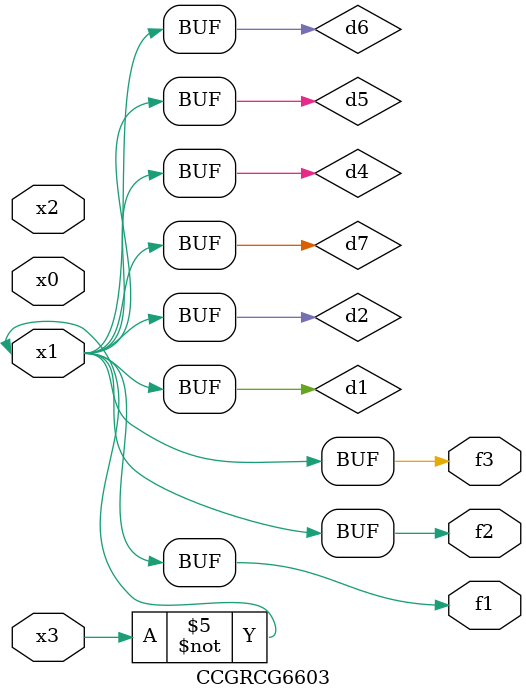
<source format=v>
module CCGRCG6603(
	input x0, x1, x2, x3,
	output f1, f2, f3
);

	wire d1, d2, d3, d4, d5, d6, d7;

	not (d1, x3);
	buf (d2, x1);
	xnor (d3, d1, d2);
	nor (d4, d1);
	buf (d5, d1, d2);
	buf (d6, d4, d5);
	nand (d7, d4);
	assign f1 = d6;
	assign f2 = d7;
	assign f3 = d6;
endmodule

</source>
